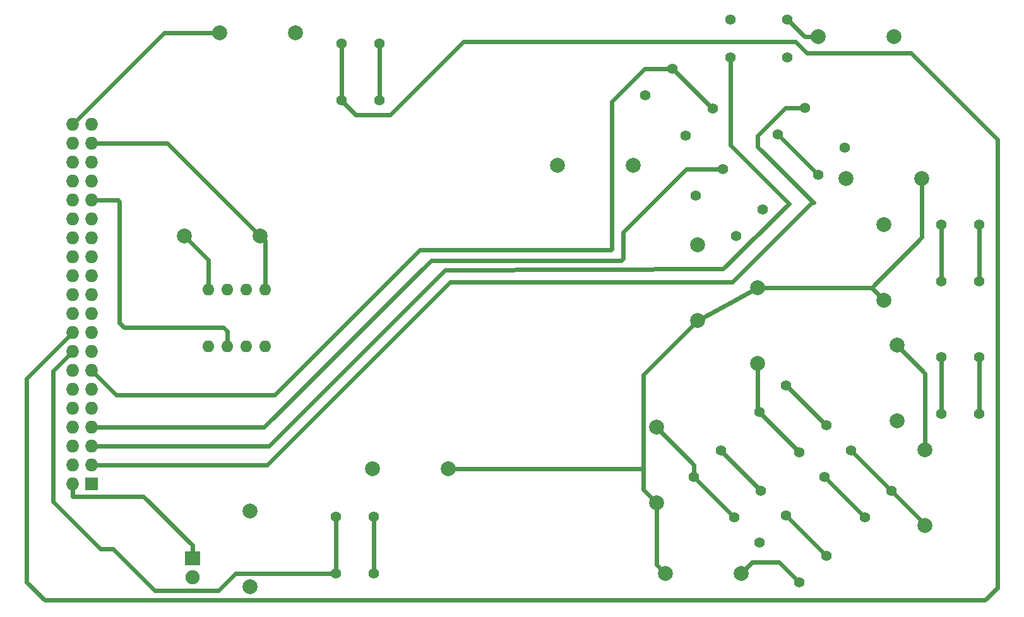
<source format=gbl>
%TF.GenerationSoftware,KiCad,Pcbnew,(2015-12-28 BZR 6407, Git 3dff6c0)-product*%
%TF.CreationDate,2016-01-26T20:04:16-05:00*%
%TF.ProjectId,Pixel-Interface-Board,506978656C2D496E746572666163652D,rev?*%
%TF.FileFunction,Copper,L2,Bot,Signal*%
%FSLAX46Y46*%
G04 Gerber Fmt 4.6, Leading zero omitted, Abs format (unit mm)*
G04 Created by KiCad (PCBNEW (2015-12-28 BZR 6407, Git 3dff6c0)-product) date Tue 26 Jan 2016 08:04:16 PM EST*
%MOMM*%
G01*
G04 APERTURE LIST*
%ADD10C,0.100000*%
%ADD11R,2.000000X1.900000*%
%ADD12C,1.900000*%
%ADD13O,1.600000X1.600000*%
%ADD14R,1.727200X1.727200*%
%ADD15O,1.727200X1.727200*%
%ADD16C,1.998980*%
%ADD17C,1.397000*%
%ADD18C,0.600000*%
G04 APERTURE END LIST*
D10*
D11*
X38750000Y-88000000D03*
D12*
X38750000Y-90540000D03*
D13*
X48530000Y-59540000D03*
X45990000Y-59540000D03*
X43450000Y-59540000D03*
X40910000Y-59540000D03*
X40910000Y-51920000D03*
X43450000Y-51920000D03*
X45990000Y-51920000D03*
X48530000Y-51920000D03*
D14*
X25210000Y-78010000D03*
D15*
X22670000Y-78010000D03*
X25210000Y-75470000D03*
X22670000Y-75470000D03*
X25210000Y-72930000D03*
X22670000Y-72930000D03*
X25210000Y-70390000D03*
X22670000Y-70390000D03*
X25210000Y-67850000D03*
X22670000Y-67850000D03*
X25210000Y-65310000D03*
X22670000Y-65310000D03*
X25210000Y-62770000D03*
X22670000Y-62770000D03*
X25210000Y-60230000D03*
X22670000Y-60230000D03*
X25210000Y-57690000D03*
X22670000Y-57690000D03*
X25210000Y-55150000D03*
X22670000Y-55150000D03*
X25210000Y-52610000D03*
X22670000Y-52610000D03*
X25210000Y-50070000D03*
X22670000Y-50070000D03*
X25210000Y-47530000D03*
X22670000Y-47530000D03*
X25210000Y-44990000D03*
X22670000Y-44990000D03*
X25210000Y-42450000D03*
X22670000Y-42450000D03*
X25210000Y-39910000D03*
X22670000Y-39910000D03*
X25210000Y-37370000D03*
X22670000Y-37370000D03*
X25210000Y-34830000D03*
X22670000Y-34830000D03*
X25210000Y-32290000D03*
X22670000Y-32290000D03*
X25210000Y-29750000D03*
X22670000Y-29750000D03*
D16*
X132830000Y-18000000D03*
X122670000Y-18000000D03*
X133250000Y-59420000D03*
X133250000Y-69580000D03*
X101000000Y-80580000D03*
X101000000Y-70420000D03*
X126420000Y-37000000D03*
X136580000Y-37000000D03*
X131500000Y-43170000D03*
X131500000Y-53330000D03*
X137000000Y-83580000D03*
X137000000Y-73420000D03*
X106500000Y-45920000D03*
X106500000Y-56080000D03*
X62920000Y-76000000D03*
X73080000Y-76000000D03*
X112330000Y-90000000D03*
X102170000Y-90000000D03*
X97830000Y-35250000D03*
X87670000Y-35250000D03*
X52580000Y-17500000D03*
X42420000Y-17500000D03*
X114500000Y-61830000D03*
X114500000Y-51670000D03*
X46500000Y-81670000D03*
X46500000Y-91830000D03*
X47830000Y-44750000D03*
X37670000Y-44750000D03*
D17*
X106009872Y-77101974D03*
X109601974Y-73509872D03*
X111398026Y-82490128D03*
X114990128Y-78898026D03*
X132490128Y-78898026D03*
X128898026Y-82490128D03*
X127101974Y-73509872D03*
X123509872Y-77101974D03*
X114759872Y-85851974D03*
X118351974Y-82259872D03*
X120148026Y-91240128D03*
X123740128Y-87648026D03*
X114759872Y-68351974D03*
X118351974Y-64759872D03*
X120148026Y-73740128D03*
X123740128Y-70148026D03*
X118560000Y-15710000D03*
X118560000Y-20790000D03*
X110940000Y-15710000D03*
X110940000Y-20790000D03*
X139190000Y-60980000D03*
X144270000Y-60980000D03*
X139190000Y-68600000D03*
X144270000Y-68600000D03*
X117259872Y-31101974D03*
X120851974Y-27509872D03*
X122648026Y-36490128D03*
X126240128Y-32898026D03*
X139190000Y-43200000D03*
X144270000Y-43200000D03*
X139190000Y-50820000D03*
X144270000Y-50820000D03*
X106259872Y-39351974D03*
X109851974Y-35759872D03*
X111648026Y-44740128D03*
X115240128Y-41148026D03*
X63040000Y-82440000D03*
X57960000Y-82440000D03*
X63040000Y-90060000D03*
X57960000Y-90060000D03*
X99509872Y-25851974D03*
X103101974Y-22259872D03*
X104898026Y-31240128D03*
X108490128Y-27648026D03*
X63790000Y-18940000D03*
X58710000Y-18940000D03*
X63790000Y-26560000D03*
X58710000Y-26560000D03*
D18*
X32173800Y-79673700D02*
X38750000Y-86249900D01*
X22670000Y-79673700D02*
X32173800Y-79673700D01*
X22670000Y-78010000D02*
X22670000Y-79673700D01*
X38750000Y-88000000D02*
X38750000Y-86249900D01*
X43450000Y-59540000D02*
X43450000Y-57547000D01*
X28734000Y-39910000D02*
X25210000Y-39910000D01*
X28956000Y-40132000D02*
X28734000Y-39910000D01*
X28956000Y-56388000D02*
X28956000Y-40132000D01*
X29591000Y-57023000D02*
X28956000Y-56388000D01*
X42926000Y-57023000D02*
X29591000Y-57023000D01*
X43450000Y-57547000D02*
X42926000Y-57023000D01*
X40910000Y-47990000D02*
X40910000Y-51920000D01*
X37670000Y-44750000D02*
X40910000Y-47990000D01*
X48530000Y-45450000D02*
X47830000Y-44750000D01*
X48530000Y-51920000D02*
X48530000Y-45450000D01*
X35370000Y-32290000D02*
X47830000Y-44750000D01*
X25210000Y-32290000D02*
X35370000Y-32290000D01*
X109851974Y-35759872D02*
X104956128Y-35759872D01*
X48355000Y-70390000D02*
X25210000Y-70390000D01*
X70739000Y-48006000D02*
X48355000Y-70390000D01*
X96266000Y-48006000D02*
X70739000Y-48006000D01*
X96520000Y-47752000D02*
X96266000Y-48006000D01*
X96520000Y-44196000D02*
X96520000Y-47752000D01*
X104956128Y-35759872D02*
X96520000Y-44196000D01*
X120851974Y-27509872D02*
X118286128Y-27509872D01*
X48736000Y-75470000D02*
X25210000Y-75470000D01*
X73279000Y-50927000D02*
X48736000Y-75470000D01*
X111125000Y-50927000D02*
X73279000Y-50927000D01*
X121793000Y-40259000D02*
X111125000Y-50927000D01*
X122047000Y-40259000D02*
X121793000Y-40259000D01*
X114554000Y-32766000D02*
X122047000Y-40259000D01*
X114554000Y-31242000D02*
X114554000Y-32766000D01*
X118286128Y-27509872D02*
X114554000Y-31242000D01*
X144270000Y-50820000D02*
X144270000Y-43200000D01*
X110940000Y-20790000D02*
X110940000Y-32581000D01*
X48990000Y-72930000D02*
X25210000Y-72930000D01*
X72644000Y-49276000D02*
X48990000Y-72930000D01*
X109854569Y-49149433D02*
X72644000Y-49276000D01*
X118745000Y-40386000D02*
X109854569Y-49149433D01*
X110940000Y-32581000D02*
X118745000Y-40386000D01*
X144270000Y-68600000D02*
X144270000Y-60980000D01*
X28119100Y-86688900D02*
X26363900Y-86688900D01*
X20066000Y-62834000D02*
X22670000Y-60230000D01*
X20066000Y-80391000D02*
X20066000Y-62834000D01*
X26363900Y-86688900D02*
X20066000Y-80391000D01*
X33724600Y-92294400D02*
X28119100Y-86688900D01*
X42244700Y-92294400D02*
X33724600Y-92294400D01*
X44534900Y-90004200D02*
X42244700Y-92294400D01*
X57960000Y-90004200D02*
X44534900Y-90004200D01*
X57960000Y-90060000D02*
X57960000Y-90004200D01*
X57960000Y-90004200D02*
X57960000Y-82440000D01*
X103101974Y-22259872D02*
X99406128Y-22259872D01*
X28480000Y-66040000D02*
X25210000Y-62770000D01*
X49784000Y-66040000D02*
X28480000Y-66040000D01*
X69215000Y-46609000D02*
X49784000Y-66040000D01*
X94869000Y-46609000D02*
X69215000Y-46609000D01*
X94996000Y-46482000D02*
X94869000Y-46609000D01*
X94996000Y-26670000D02*
X94996000Y-46482000D01*
X99406128Y-22259872D02*
X94996000Y-26670000D01*
X108490100Y-27648000D02*
X103102000Y-22259900D01*
X16510000Y-83312000D02*
X16510000Y-63850000D01*
X16510000Y-63850000D02*
X22670000Y-57690000D01*
X60598000Y-28448000D02*
X58710000Y-26560000D01*
X65278000Y-28448000D02*
X60598000Y-28448000D01*
X75057000Y-18669000D02*
X65278000Y-28448000D01*
X119634000Y-18669000D02*
X75057000Y-18669000D01*
X121158000Y-20193000D02*
X119634000Y-18669000D01*
X135128000Y-20193000D02*
X121158000Y-20193000D01*
X146685000Y-31750000D02*
X135128000Y-20193000D01*
X146685000Y-91948000D02*
X146685000Y-31750000D01*
X145034000Y-93599000D02*
X146685000Y-91948000D01*
X18923000Y-93599000D02*
X145034000Y-93599000D01*
X16510000Y-91186000D02*
X18923000Y-93599000D01*
X16510000Y-83312000D02*
X16510000Y-91186000D01*
X58710000Y-26560000D02*
X58710000Y-18940000D01*
X114990100Y-78898000D02*
X109602000Y-73509900D01*
X101000000Y-88830000D02*
X101000000Y-80580000D01*
X102170000Y-90000000D02*
X101000000Y-88830000D01*
X34920000Y-17500000D02*
X22670000Y-29750000D01*
X42420000Y-17500000D02*
X34920000Y-17500000D01*
X137000000Y-63170000D02*
X137000000Y-73420000D01*
X133250000Y-59420000D02*
X137000000Y-63170000D01*
X136580000Y-44930000D02*
X136580000Y-37000000D01*
X129840000Y-51670000D02*
X136580000Y-44930000D01*
X114500000Y-51670000D02*
X129840000Y-51670000D01*
X129840000Y-51670000D02*
X131500000Y-53330000D01*
X110363000Y-53975000D02*
X106500000Y-56080000D01*
X114500000Y-51670000D02*
X110363000Y-53975000D01*
X99196600Y-76000000D02*
X73080000Y-76000000D01*
X99196600Y-63383400D02*
X99196600Y-76000000D01*
X106500000Y-56080000D02*
X99196600Y-63383400D01*
X99196600Y-78776600D02*
X101000000Y-80580000D01*
X99196600Y-76000000D02*
X99196600Y-78776600D01*
X123509900Y-77102000D02*
X128898000Y-82490100D01*
X123740100Y-87648000D02*
X118352000Y-82259900D01*
X123740100Y-70148000D02*
X118352000Y-64759900D01*
X120850000Y-18000000D02*
X122670000Y-18000000D01*
X118560000Y-15710000D02*
X120850000Y-18000000D01*
X139190000Y-60980000D02*
X139190000Y-68600000D01*
X111398000Y-82490100D02*
X106009900Y-77102000D01*
X106009900Y-75429900D02*
X106009900Y-77102000D01*
X101000000Y-70420000D02*
X106009900Y-75429900D01*
X117259900Y-31102000D02*
X122648000Y-36490100D01*
X139190000Y-50820000D02*
X139190000Y-43200000D01*
X127102000Y-73509900D02*
X132490100Y-78898000D01*
X137000000Y-83407900D02*
X137000000Y-83580000D01*
X132490100Y-78898000D02*
X137000000Y-83407900D01*
X63040000Y-90060000D02*
X63040000Y-82440000D01*
X117453900Y-88546000D02*
X114759900Y-88546000D01*
X120148000Y-91240100D02*
X117453900Y-88546000D01*
X113784000Y-88546000D02*
X112330000Y-90000000D01*
X114759900Y-88546000D02*
X113784000Y-88546000D01*
X63790000Y-26560000D02*
X63790000Y-18940000D01*
X120148000Y-73740100D02*
X114759900Y-68352000D01*
X114500000Y-68092100D02*
X114500000Y-61830000D01*
X114759900Y-68352000D02*
X114500000Y-68092100D01*
M02*

</source>
